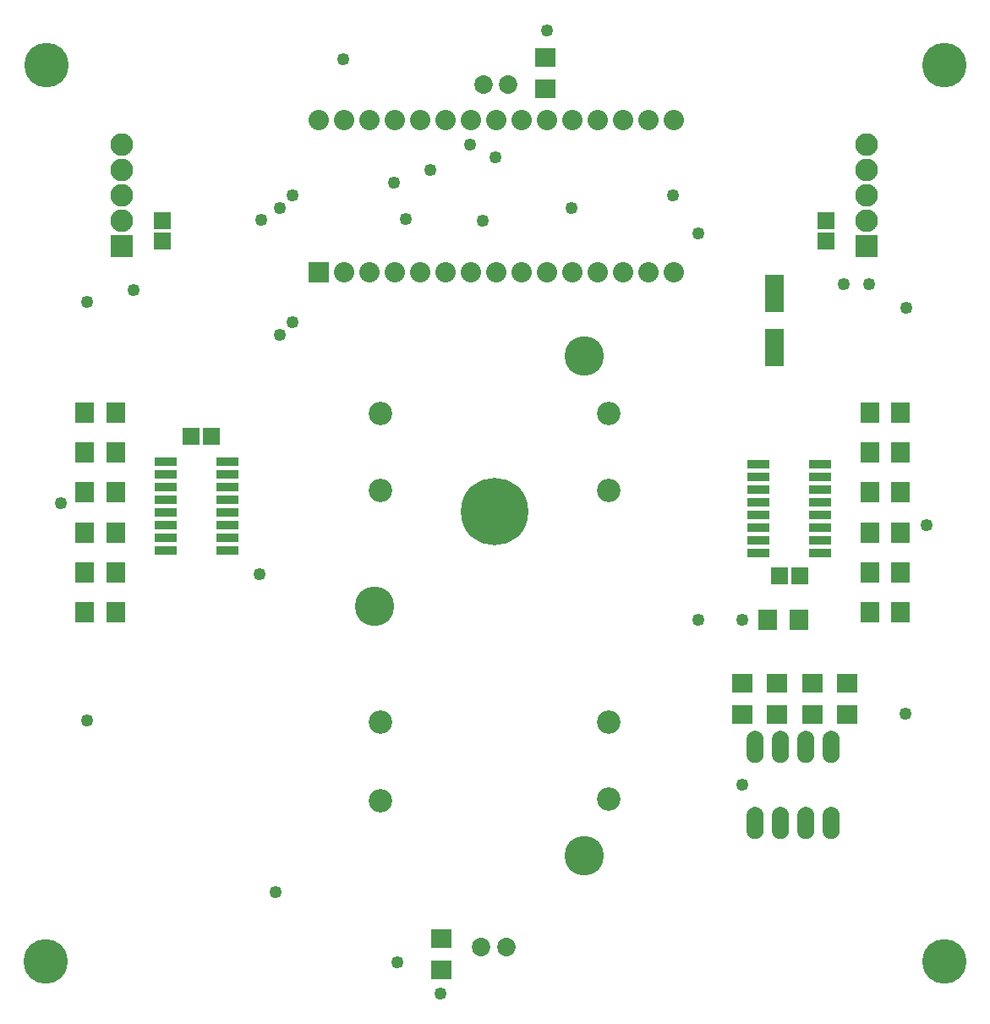
<source format=gts>
G04 MADE WITH FRITZING*
G04 WWW.FRITZING.ORG*
G04 DOUBLE SIDED*
G04 HOLES PLATED*
G04 CONTOUR ON CENTER OF CONTOUR VECTOR*
%ASAXBY*%
%FSLAX23Y23*%
%MOIN*%
%OFA0B0*%
%SFA1.0B1.0*%
%ADD10C,0.049370*%
%ADD11C,0.068189*%
%ADD12C,0.080000*%
%ADD13C,0.092677*%
%ADD14C,0.265905*%
%ADD15C,0.155669*%
%ADD16C,0.175354*%
%ADD17C,0.089370*%
%ADD18C,0.072992*%
%ADD19R,0.072992X0.147795*%
%ADD20R,0.084803X0.072992*%
%ADD21R,0.072992X0.084803*%
%ADD22R,0.065118X0.069055*%
%ADD23R,0.090000X0.036000*%
%ADD24R,0.080000X0.079972*%
%ADD25R,0.089370X0.089370*%
%ADD26R,0.069055X0.065118*%
%ADD27R,0.001000X0.001000*%
%LNMASK1*%
G90*
G70*
G54D10*
X1754Y71D03*
X2173Y3867D03*
X1039Y1722D03*
X1047Y3119D03*
X1617Y3122D03*
X2769Y3067D03*
X3588Y2775D03*
X3669Y1917D03*
X1370Y3752D03*
X3586Y1172D03*
X1583Y193D03*
X1102Y470D03*
X358Y1147D03*
X255Y2003D03*
X358Y2797D03*
X2769Y1542D03*
X1919Y3117D03*
G54D11*
X2994Y742D03*
X3094Y742D03*
X3194Y742D03*
X3294Y742D03*
X3294Y1042D03*
X3194Y1042D03*
X3094Y1042D03*
X2994Y1042D03*
G54D12*
X1273Y2914D03*
X1373Y2914D03*
X1473Y2914D03*
X1573Y2914D03*
X1673Y2914D03*
X1773Y2914D03*
X1873Y2914D03*
X1973Y2914D03*
X2073Y2914D03*
X2173Y2914D03*
X2273Y2914D03*
X2373Y2914D03*
X2473Y2914D03*
X2573Y2914D03*
X2673Y2914D03*
X1273Y3514D03*
X1373Y3514D03*
X1473Y3514D03*
X1573Y3514D03*
X1673Y3514D03*
X1773Y3514D03*
X1873Y3514D03*
X1973Y3514D03*
X2073Y3514D03*
X2173Y3514D03*
X2273Y3514D03*
X2373Y3514D03*
X2473Y3514D03*
X2573Y3514D03*
X2673Y3514D03*
G54D10*
X544Y2842D03*
X1119Y2667D03*
X1169Y2717D03*
X1169Y3217D03*
X1119Y3167D03*
X2269Y3167D03*
X2669Y3217D03*
X2944Y1542D03*
X3444Y2867D03*
X2944Y892D03*
X3344Y2867D03*
X1713Y3317D03*
X1969Y3367D03*
X1569Y3267D03*
X1869Y3417D03*
G54D13*
X2415Y2358D03*
X2415Y2055D03*
X1515Y2055D03*
X1515Y2358D03*
X1515Y829D03*
X1515Y1140D03*
X2415Y1140D03*
X2415Y837D03*
G54D14*
X1965Y1971D03*
G54D15*
X2319Y2582D03*
X1492Y1597D03*
X2319Y613D03*
G54D16*
X3741Y198D03*
X197Y196D03*
X3740Y3730D03*
X200Y3731D03*
G54D17*
X497Y3016D03*
X497Y3116D03*
X497Y3216D03*
X497Y3316D03*
X497Y3416D03*
X3433Y3017D03*
X3433Y3117D03*
X3433Y3217D03*
X3433Y3317D03*
X3433Y3417D03*
G54D18*
X1914Y255D03*
X2012Y255D03*
X1914Y255D03*
X2012Y255D03*
X2021Y3655D03*
X1922Y3655D03*
X2021Y3655D03*
X1922Y3655D03*
G54D19*
X3069Y2829D03*
X3069Y2617D03*
G54D20*
X3357Y1170D03*
X3357Y1292D03*
X3219Y1170D03*
X3219Y1292D03*
X3081Y1170D03*
X3081Y1292D03*
X2943Y1170D03*
X2943Y1292D03*
G54D21*
X3044Y1542D03*
X3166Y1542D03*
G54D22*
X850Y2267D03*
X769Y2267D03*
X3088Y1717D03*
X3169Y1717D03*
G54D23*
X670Y2167D03*
X670Y2117D03*
X670Y2067D03*
X670Y2017D03*
X670Y1967D03*
X670Y1917D03*
X670Y1867D03*
X670Y1817D03*
X912Y1817D03*
X912Y1867D03*
X912Y1917D03*
X912Y1967D03*
X912Y2017D03*
X912Y2067D03*
X912Y2117D03*
X912Y2167D03*
G54D24*
X1273Y2914D03*
G54D21*
X3445Y2361D03*
X3567Y2361D03*
X473Y1573D03*
X351Y1573D03*
X3445Y2203D03*
X3567Y2203D03*
X473Y1731D03*
X351Y1731D03*
X3445Y2046D03*
X3567Y2046D03*
X473Y1888D03*
X351Y1888D03*
X473Y2046D03*
X351Y2046D03*
X3445Y1888D03*
X3567Y1888D03*
X3445Y1731D03*
X3567Y1731D03*
X473Y2203D03*
X351Y2203D03*
X3445Y1573D03*
X3567Y1573D03*
G54D25*
X497Y3016D03*
G54D21*
X473Y2361D03*
X351Y2361D03*
G54D25*
X3433Y3017D03*
G54D23*
X3249Y1806D03*
X3249Y1856D03*
X3249Y1906D03*
X3249Y1956D03*
X3249Y2006D03*
X3249Y2056D03*
X3249Y2106D03*
X3249Y2156D03*
X3007Y2156D03*
X3007Y2106D03*
X3007Y2056D03*
X3007Y2006D03*
X3007Y1956D03*
X3007Y1906D03*
X3007Y1856D03*
X3007Y1806D03*
G54D26*
X656Y3036D03*
X656Y3116D03*
X3272Y3036D03*
X3272Y3117D03*
G54D20*
X1757Y287D03*
X1757Y165D03*
X2167Y3637D03*
X2167Y3759D03*
G54D27*
X2988Y1105D02*
X2999Y1105D01*
X3088Y1105D02*
X3099Y1105D01*
X3188Y1105D02*
X3199Y1105D01*
X3288Y1105D02*
X3299Y1105D01*
X2984Y1104D02*
X3003Y1104D01*
X3084Y1104D02*
X3103Y1104D01*
X3184Y1104D02*
X3203Y1104D01*
X3284Y1104D02*
X3303Y1104D01*
X2981Y1103D02*
X3006Y1103D01*
X3081Y1103D02*
X3106Y1103D01*
X3181Y1103D02*
X3206Y1103D01*
X3281Y1103D02*
X3306Y1103D01*
X2979Y1102D02*
X3008Y1102D01*
X3079Y1102D02*
X3108Y1102D01*
X3179Y1102D02*
X3208Y1102D01*
X3279Y1102D02*
X3308Y1102D01*
X2977Y1101D02*
X3010Y1101D01*
X3077Y1101D02*
X3110Y1101D01*
X3177Y1101D02*
X3210Y1101D01*
X3277Y1101D02*
X3310Y1101D01*
X2975Y1100D02*
X3012Y1100D01*
X3075Y1100D02*
X3112Y1100D01*
X3175Y1100D02*
X3212Y1100D01*
X3275Y1100D02*
X3312Y1100D01*
X2974Y1099D02*
X3013Y1099D01*
X3074Y1099D02*
X3113Y1099D01*
X3174Y1099D02*
X3213Y1099D01*
X3274Y1099D02*
X3313Y1099D01*
X2973Y1098D02*
X3014Y1098D01*
X3073Y1098D02*
X3114Y1098D01*
X3173Y1098D02*
X3214Y1098D01*
X3273Y1098D02*
X3314Y1098D01*
X2971Y1097D02*
X3016Y1097D01*
X3071Y1097D02*
X3116Y1097D01*
X3171Y1097D02*
X3216Y1097D01*
X3271Y1097D02*
X3316Y1097D01*
X2970Y1096D02*
X3017Y1096D01*
X3070Y1096D02*
X3117Y1096D01*
X3170Y1096D02*
X3217Y1096D01*
X3270Y1096D02*
X3317Y1096D01*
X2969Y1095D02*
X3018Y1095D01*
X3069Y1095D02*
X3118Y1095D01*
X3169Y1095D02*
X3218Y1095D01*
X3269Y1095D02*
X3318Y1095D01*
X2968Y1094D02*
X3019Y1094D01*
X3068Y1094D02*
X3119Y1094D01*
X3168Y1094D02*
X3219Y1094D01*
X3268Y1094D02*
X3319Y1094D01*
X2968Y1093D02*
X3019Y1093D01*
X3068Y1093D02*
X3119Y1093D01*
X3168Y1093D02*
X3219Y1093D01*
X3268Y1093D02*
X3319Y1093D01*
X2967Y1092D02*
X3020Y1092D01*
X3067Y1092D02*
X3120Y1092D01*
X3167Y1092D02*
X3220Y1092D01*
X3267Y1092D02*
X3320Y1092D01*
X2966Y1091D02*
X3021Y1091D01*
X3066Y1091D02*
X3121Y1091D01*
X3166Y1091D02*
X3221Y1091D01*
X3266Y1091D02*
X3321Y1091D01*
X2965Y1090D02*
X3022Y1090D01*
X3065Y1090D02*
X3122Y1090D01*
X3165Y1090D02*
X3222Y1090D01*
X3265Y1090D02*
X3322Y1090D01*
X2965Y1089D02*
X3022Y1089D01*
X3065Y1089D02*
X3122Y1089D01*
X3165Y1089D02*
X3222Y1089D01*
X3265Y1089D02*
X3322Y1089D01*
X2964Y1088D02*
X3023Y1088D01*
X3064Y1088D02*
X3123Y1088D01*
X3164Y1088D02*
X3223Y1088D01*
X3264Y1088D02*
X3323Y1088D01*
X2964Y1087D02*
X3023Y1087D01*
X3064Y1087D02*
X3123Y1087D01*
X3164Y1087D02*
X3223Y1087D01*
X3264Y1087D02*
X3323Y1087D01*
X2963Y1086D02*
X3024Y1086D01*
X3063Y1086D02*
X3124Y1086D01*
X3163Y1086D02*
X3224Y1086D01*
X3263Y1086D02*
X3324Y1086D01*
X2963Y1085D02*
X3024Y1085D01*
X3063Y1085D02*
X3124Y1085D01*
X3163Y1085D02*
X3224Y1085D01*
X3263Y1085D02*
X3324Y1085D01*
X2962Y1084D02*
X3025Y1084D01*
X3062Y1084D02*
X3125Y1084D01*
X3162Y1084D02*
X3225Y1084D01*
X3262Y1084D02*
X3325Y1084D01*
X2962Y1083D02*
X3025Y1083D01*
X3062Y1083D02*
X3125Y1083D01*
X3162Y1083D02*
X3225Y1083D01*
X3262Y1083D02*
X3325Y1083D01*
X2962Y1082D02*
X3025Y1082D01*
X3062Y1082D02*
X3125Y1082D01*
X3162Y1082D02*
X3225Y1082D01*
X3262Y1082D02*
X3325Y1082D01*
X2961Y1081D02*
X3026Y1081D01*
X3061Y1081D02*
X3126Y1081D01*
X3161Y1081D02*
X3226Y1081D01*
X3261Y1081D02*
X3326Y1081D01*
X2961Y1080D02*
X3026Y1080D01*
X3061Y1080D02*
X3126Y1080D01*
X3161Y1080D02*
X3226Y1080D01*
X3261Y1080D02*
X3326Y1080D01*
X2961Y1079D02*
X3026Y1079D01*
X3061Y1079D02*
X3126Y1079D01*
X3161Y1079D02*
X3226Y1079D01*
X3261Y1079D02*
X3326Y1079D01*
X2961Y1078D02*
X3026Y1078D01*
X3061Y1078D02*
X3126Y1078D01*
X3161Y1078D02*
X3226Y1078D01*
X3261Y1078D02*
X3326Y1078D01*
X2960Y1077D02*
X3027Y1077D01*
X3060Y1077D02*
X3127Y1077D01*
X3160Y1077D02*
X3227Y1077D01*
X3260Y1077D02*
X3327Y1077D01*
X2960Y1076D02*
X3027Y1076D01*
X3060Y1076D02*
X3127Y1076D01*
X3160Y1076D02*
X3227Y1076D01*
X3260Y1076D02*
X3327Y1076D01*
X2960Y1075D02*
X3027Y1075D01*
X3060Y1075D02*
X3127Y1075D01*
X3160Y1075D02*
X3227Y1075D01*
X3260Y1075D02*
X3327Y1075D01*
X2960Y1074D02*
X3027Y1074D01*
X3060Y1074D02*
X3127Y1074D01*
X3160Y1074D02*
X3227Y1074D01*
X3260Y1074D02*
X3327Y1074D01*
X2960Y1073D02*
X3027Y1073D01*
X3060Y1073D02*
X3127Y1073D01*
X3160Y1073D02*
X3227Y1073D01*
X3260Y1073D02*
X3327Y1073D01*
X2960Y1072D02*
X3027Y1072D01*
X3060Y1072D02*
X3127Y1072D01*
X3160Y1072D02*
X3227Y1072D01*
X3260Y1072D02*
X3327Y1072D01*
X2960Y1071D02*
X3027Y1071D01*
X3060Y1071D02*
X3127Y1071D01*
X3160Y1071D02*
X3227Y1071D01*
X3260Y1071D02*
X3327Y1071D01*
X2960Y1070D02*
X3027Y1070D01*
X3060Y1070D02*
X3127Y1070D01*
X3160Y1070D02*
X3227Y1070D01*
X3260Y1070D02*
X3327Y1070D01*
X2960Y1069D02*
X3027Y1069D01*
X3060Y1069D02*
X3127Y1069D01*
X3160Y1069D02*
X3227Y1069D01*
X3260Y1069D02*
X3327Y1069D01*
X2960Y1068D02*
X3027Y1068D01*
X3060Y1068D02*
X3127Y1068D01*
X3160Y1068D02*
X3227Y1068D01*
X3260Y1068D02*
X3327Y1068D01*
X2960Y1067D02*
X3027Y1067D01*
X3060Y1067D02*
X3127Y1067D01*
X3160Y1067D02*
X3227Y1067D01*
X3260Y1067D02*
X3327Y1067D01*
X2960Y1066D02*
X3027Y1066D01*
X3060Y1066D02*
X3127Y1066D01*
X3160Y1066D02*
X3227Y1066D01*
X3260Y1066D02*
X3327Y1066D01*
X2960Y1065D02*
X3027Y1065D01*
X3060Y1065D02*
X3127Y1065D01*
X3160Y1065D02*
X3227Y1065D01*
X3260Y1065D02*
X3327Y1065D01*
X2960Y1064D02*
X3027Y1064D01*
X3060Y1064D02*
X3127Y1064D01*
X3160Y1064D02*
X3227Y1064D01*
X3260Y1064D02*
X3327Y1064D01*
X2960Y1063D02*
X3027Y1063D01*
X3060Y1063D02*
X3127Y1063D01*
X3160Y1063D02*
X3227Y1063D01*
X3260Y1063D02*
X3327Y1063D01*
X2960Y1062D02*
X3027Y1062D01*
X3060Y1062D02*
X3127Y1062D01*
X3160Y1062D02*
X3227Y1062D01*
X3260Y1062D02*
X3327Y1062D01*
X2960Y1061D02*
X3027Y1061D01*
X3060Y1061D02*
X3127Y1061D01*
X3160Y1061D02*
X3227Y1061D01*
X3260Y1061D02*
X3327Y1061D01*
X2960Y1060D02*
X3027Y1060D01*
X3060Y1060D02*
X3127Y1060D01*
X3160Y1060D02*
X3227Y1060D01*
X3260Y1060D02*
X3327Y1060D01*
X2960Y1059D02*
X3027Y1059D01*
X3060Y1059D02*
X3127Y1059D01*
X3160Y1059D02*
X3227Y1059D01*
X3260Y1059D02*
X3327Y1059D01*
X2960Y1058D02*
X3027Y1058D01*
X3060Y1058D02*
X3127Y1058D01*
X3160Y1058D02*
X3227Y1058D01*
X3260Y1058D02*
X3327Y1058D01*
X2960Y1057D02*
X3027Y1057D01*
X3060Y1057D02*
X3127Y1057D01*
X3160Y1057D02*
X3227Y1057D01*
X3260Y1057D02*
X3327Y1057D01*
X2960Y1056D02*
X2989Y1056D01*
X2998Y1056D02*
X3027Y1056D01*
X3060Y1056D02*
X3089Y1056D01*
X3098Y1056D02*
X3127Y1056D01*
X3160Y1056D02*
X3189Y1056D01*
X3198Y1056D02*
X3227Y1056D01*
X3260Y1056D02*
X3289Y1056D01*
X3298Y1056D02*
X3327Y1056D01*
X2960Y1055D02*
X2987Y1055D01*
X3000Y1055D02*
X3027Y1055D01*
X3060Y1055D02*
X3087Y1055D01*
X3100Y1055D02*
X3127Y1055D01*
X3160Y1055D02*
X3187Y1055D01*
X3200Y1055D02*
X3227Y1055D01*
X3260Y1055D02*
X3287Y1055D01*
X3300Y1055D02*
X3327Y1055D01*
X2960Y1054D02*
X2985Y1054D01*
X3002Y1054D02*
X3027Y1054D01*
X3060Y1054D02*
X3085Y1054D01*
X3102Y1054D02*
X3127Y1054D01*
X3160Y1054D02*
X3185Y1054D01*
X3202Y1054D02*
X3227Y1054D01*
X3260Y1054D02*
X3285Y1054D01*
X3302Y1054D02*
X3327Y1054D01*
X2960Y1053D02*
X2984Y1053D01*
X3003Y1053D02*
X3027Y1053D01*
X3060Y1053D02*
X3084Y1053D01*
X3103Y1053D02*
X3127Y1053D01*
X3160Y1053D02*
X3184Y1053D01*
X3203Y1053D02*
X3227Y1053D01*
X3260Y1053D02*
X3284Y1053D01*
X3303Y1053D02*
X3327Y1053D01*
X2960Y1052D02*
X2983Y1052D01*
X3004Y1052D02*
X3027Y1052D01*
X3060Y1052D02*
X3083Y1052D01*
X3104Y1052D02*
X3127Y1052D01*
X3160Y1052D02*
X3183Y1052D01*
X3204Y1052D02*
X3227Y1052D01*
X3260Y1052D02*
X3283Y1052D01*
X3304Y1052D02*
X3327Y1052D01*
X2960Y1051D02*
X2982Y1051D01*
X3005Y1051D02*
X3027Y1051D01*
X3060Y1051D02*
X3082Y1051D01*
X3105Y1051D02*
X3127Y1051D01*
X3160Y1051D02*
X3182Y1051D01*
X3205Y1051D02*
X3227Y1051D01*
X3260Y1051D02*
X3282Y1051D01*
X3305Y1051D02*
X3327Y1051D01*
X2960Y1050D02*
X2981Y1050D01*
X3006Y1050D02*
X3027Y1050D01*
X3060Y1050D02*
X3081Y1050D01*
X3106Y1050D02*
X3127Y1050D01*
X3160Y1050D02*
X3181Y1050D01*
X3206Y1050D02*
X3227Y1050D01*
X3260Y1050D02*
X3281Y1050D01*
X3306Y1050D02*
X3327Y1050D01*
X2960Y1049D02*
X2981Y1049D01*
X3006Y1049D02*
X3027Y1049D01*
X3060Y1049D02*
X3081Y1049D01*
X3106Y1049D02*
X3127Y1049D01*
X3160Y1049D02*
X3181Y1049D01*
X3206Y1049D02*
X3227Y1049D01*
X3260Y1049D02*
X3281Y1049D01*
X3306Y1049D02*
X3327Y1049D01*
X2960Y1048D02*
X2980Y1048D01*
X3007Y1048D02*
X3027Y1048D01*
X3060Y1048D02*
X3080Y1048D01*
X3107Y1048D02*
X3127Y1048D01*
X3160Y1048D02*
X3180Y1048D01*
X3207Y1048D02*
X3227Y1048D01*
X3260Y1048D02*
X3280Y1048D01*
X3307Y1048D02*
X3327Y1048D01*
X2960Y1047D02*
X2980Y1047D01*
X3007Y1047D02*
X3027Y1047D01*
X3060Y1047D02*
X3080Y1047D01*
X3107Y1047D02*
X3127Y1047D01*
X3160Y1047D02*
X3180Y1047D01*
X3207Y1047D02*
X3227Y1047D01*
X3260Y1047D02*
X3280Y1047D01*
X3307Y1047D02*
X3327Y1047D01*
X2960Y1046D02*
X2979Y1046D01*
X3008Y1046D02*
X3027Y1046D01*
X3060Y1046D02*
X3079Y1046D01*
X3108Y1046D02*
X3127Y1046D01*
X3160Y1046D02*
X3179Y1046D01*
X3208Y1046D02*
X3227Y1046D01*
X3260Y1046D02*
X3279Y1046D01*
X3308Y1046D02*
X3327Y1046D01*
X2960Y1045D02*
X2979Y1045D01*
X3008Y1045D02*
X3027Y1045D01*
X3060Y1045D02*
X3079Y1045D01*
X3108Y1045D02*
X3127Y1045D01*
X3160Y1045D02*
X3179Y1045D01*
X3208Y1045D02*
X3227Y1045D01*
X3260Y1045D02*
X3279Y1045D01*
X3308Y1045D02*
X3327Y1045D01*
X2960Y1044D02*
X2979Y1044D01*
X3008Y1044D02*
X3027Y1044D01*
X3060Y1044D02*
X3079Y1044D01*
X3108Y1044D02*
X3127Y1044D01*
X3160Y1044D02*
X3179Y1044D01*
X3208Y1044D02*
X3227Y1044D01*
X3260Y1044D02*
X3279Y1044D01*
X3308Y1044D02*
X3327Y1044D01*
X2960Y1043D02*
X2979Y1043D01*
X3008Y1043D02*
X3027Y1043D01*
X3060Y1043D02*
X3079Y1043D01*
X3108Y1043D02*
X3127Y1043D01*
X3160Y1043D02*
X3179Y1043D01*
X3208Y1043D02*
X3227Y1043D01*
X3260Y1043D02*
X3279Y1043D01*
X3308Y1043D02*
X3327Y1043D01*
X2960Y1042D02*
X2979Y1042D01*
X3008Y1042D02*
X3027Y1042D01*
X3060Y1042D02*
X3079Y1042D01*
X3108Y1042D02*
X3127Y1042D01*
X3160Y1042D02*
X3179Y1042D01*
X3208Y1042D02*
X3227Y1042D01*
X3260Y1042D02*
X3279Y1042D01*
X3308Y1042D02*
X3327Y1042D01*
X2960Y1041D02*
X2979Y1041D01*
X3008Y1041D02*
X3027Y1041D01*
X3060Y1041D02*
X3079Y1041D01*
X3108Y1041D02*
X3127Y1041D01*
X3160Y1041D02*
X3179Y1041D01*
X3208Y1041D02*
X3227Y1041D01*
X3260Y1041D02*
X3279Y1041D01*
X3308Y1041D02*
X3327Y1041D01*
X2960Y1040D02*
X2979Y1040D01*
X3008Y1040D02*
X3027Y1040D01*
X3060Y1040D02*
X3079Y1040D01*
X3108Y1040D02*
X3127Y1040D01*
X3160Y1040D02*
X3179Y1040D01*
X3208Y1040D02*
X3227Y1040D01*
X3260Y1040D02*
X3279Y1040D01*
X3308Y1040D02*
X3327Y1040D01*
X2960Y1039D02*
X2979Y1039D01*
X3008Y1039D02*
X3027Y1039D01*
X3060Y1039D02*
X3079Y1039D01*
X3108Y1039D02*
X3127Y1039D01*
X3160Y1039D02*
X3179Y1039D01*
X3208Y1039D02*
X3227Y1039D01*
X3260Y1039D02*
X3279Y1039D01*
X3308Y1039D02*
X3327Y1039D01*
X2960Y1038D02*
X2980Y1038D01*
X3007Y1038D02*
X3027Y1038D01*
X3060Y1038D02*
X3080Y1038D01*
X3107Y1038D02*
X3127Y1038D01*
X3160Y1038D02*
X3180Y1038D01*
X3207Y1038D02*
X3227Y1038D01*
X3260Y1038D02*
X3280Y1038D01*
X3307Y1038D02*
X3327Y1038D01*
X2960Y1037D02*
X2980Y1037D01*
X3007Y1037D02*
X3027Y1037D01*
X3060Y1037D02*
X3080Y1037D01*
X3107Y1037D02*
X3127Y1037D01*
X3160Y1037D02*
X3180Y1037D01*
X3207Y1037D02*
X3227Y1037D01*
X3260Y1037D02*
X3280Y1037D01*
X3307Y1037D02*
X3327Y1037D01*
X2960Y1036D02*
X2980Y1036D01*
X3007Y1036D02*
X3027Y1036D01*
X3060Y1036D02*
X3080Y1036D01*
X3107Y1036D02*
X3127Y1036D01*
X3160Y1036D02*
X3180Y1036D01*
X3207Y1036D02*
X3227Y1036D01*
X3260Y1036D02*
X3280Y1036D01*
X3307Y1036D02*
X3327Y1036D01*
X2960Y1035D02*
X2981Y1035D01*
X3006Y1035D02*
X3027Y1035D01*
X3060Y1035D02*
X3081Y1035D01*
X3106Y1035D02*
X3127Y1035D01*
X3160Y1035D02*
X3181Y1035D01*
X3206Y1035D02*
X3227Y1035D01*
X3260Y1035D02*
X3281Y1035D01*
X3306Y1035D02*
X3327Y1035D01*
X2960Y1034D02*
X2982Y1034D01*
X3005Y1034D02*
X3027Y1034D01*
X3060Y1034D02*
X3082Y1034D01*
X3105Y1034D02*
X3127Y1034D01*
X3160Y1034D02*
X3182Y1034D01*
X3205Y1034D02*
X3227Y1034D01*
X3260Y1034D02*
X3282Y1034D01*
X3305Y1034D02*
X3327Y1034D01*
X2960Y1033D02*
X2983Y1033D01*
X3004Y1033D02*
X3027Y1033D01*
X3060Y1033D02*
X3083Y1033D01*
X3104Y1033D02*
X3127Y1033D01*
X3160Y1033D02*
X3183Y1033D01*
X3204Y1033D02*
X3227Y1033D01*
X3260Y1033D02*
X3283Y1033D01*
X3304Y1033D02*
X3327Y1033D01*
X2960Y1032D02*
X2984Y1032D01*
X3003Y1032D02*
X3027Y1032D01*
X3060Y1032D02*
X3084Y1032D01*
X3103Y1032D02*
X3127Y1032D01*
X3160Y1032D02*
X3184Y1032D01*
X3203Y1032D02*
X3227Y1032D01*
X3260Y1032D02*
X3284Y1032D01*
X3303Y1032D02*
X3327Y1032D01*
X2960Y1031D02*
X2985Y1031D01*
X3002Y1031D02*
X3027Y1031D01*
X3060Y1031D02*
X3085Y1031D01*
X3102Y1031D02*
X3127Y1031D01*
X3160Y1031D02*
X3185Y1031D01*
X3202Y1031D02*
X3227Y1031D01*
X3260Y1031D02*
X3285Y1031D01*
X3302Y1031D02*
X3327Y1031D01*
X2960Y1030D02*
X2986Y1030D01*
X3001Y1030D02*
X3027Y1030D01*
X3060Y1030D02*
X3086Y1030D01*
X3101Y1030D02*
X3127Y1030D01*
X3160Y1030D02*
X3186Y1030D01*
X3201Y1030D02*
X3227Y1030D01*
X3260Y1030D02*
X3286Y1030D01*
X3301Y1030D02*
X3327Y1030D01*
X2960Y1029D02*
X2989Y1029D01*
X2999Y1029D02*
X3027Y1029D01*
X3060Y1029D02*
X3089Y1029D01*
X3099Y1029D02*
X3127Y1029D01*
X3160Y1029D02*
X3189Y1029D01*
X3199Y1029D02*
X3227Y1029D01*
X3260Y1029D02*
X3289Y1029D01*
X3299Y1029D02*
X3327Y1029D01*
X2960Y1028D02*
X3027Y1028D01*
X3060Y1028D02*
X3127Y1028D01*
X3160Y1028D02*
X3227Y1028D01*
X3260Y1028D02*
X3327Y1028D01*
X2960Y1027D02*
X3027Y1027D01*
X3060Y1027D02*
X3127Y1027D01*
X3160Y1027D02*
X3227Y1027D01*
X3260Y1027D02*
X3327Y1027D01*
X2960Y1026D02*
X3027Y1026D01*
X3060Y1026D02*
X3127Y1026D01*
X3160Y1026D02*
X3227Y1026D01*
X3260Y1026D02*
X3327Y1026D01*
X2960Y1025D02*
X3027Y1025D01*
X3060Y1025D02*
X3127Y1025D01*
X3160Y1025D02*
X3227Y1025D01*
X3260Y1025D02*
X3327Y1025D01*
X2960Y1024D02*
X3027Y1024D01*
X3060Y1024D02*
X3127Y1024D01*
X3160Y1024D02*
X3227Y1024D01*
X3260Y1024D02*
X3327Y1024D01*
X2960Y1023D02*
X3027Y1023D01*
X3060Y1023D02*
X3127Y1023D01*
X3160Y1023D02*
X3227Y1023D01*
X3260Y1023D02*
X3327Y1023D01*
X2960Y1022D02*
X3027Y1022D01*
X3060Y1022D02*
X3127Y1022D01*
X3160Y1022D02*
X3227Y1022D01*
X3260Y1022D02*
X3327Y1022D01*
X2960Y1021D02*
X3027Y1021D01*
X3060Y1021D02*
X3127Y1021D01*
X3160Y1021D02*
X3227Y1021D01*
X3260Y1021D02*
X3327Y1021D01*
X2960Y1020D02*
X3027Y1020D01*
X3060Y1020D02*
X3127Y1020D01*
X3160Y1020D02*
X3227Y1020D01*
X3260Y1020D02*
X3327Y1020D01*
X2960Y1019D02*
X3027Y1019D01*
X3060Y1019D02*
X3127Y1019D01*
X3160Y1019D02*
X3227Y1019D01*
X3260Y1019D02*
X3327Y1019D01*
X2960Y1018D02*
X3027Y1018D01*
X3060Y1018D02*
X3127Y1018D01*
X3160Y1018D02*
X3227Y1018D01*
X3260Y1018D02*
X3327Y1018D01*
X2960Y1017D02*
X3027Y1017D01*
X3060Y1017D02*
X3127Y1017D01*
X3160Y1017D02*
X3227Y1017D01*
X3260Y1017D02*
X3327Y1017D01*
X2960Y1016D02*
X3027Y1016D01*
X3060Y1016D02*
X3127Y1016D01*
X3160Y1016D02*
X3227Y1016D01*
X3260Y1016D02*
X3327Y1016D01*
X2960Y1015D02*
X3027Y1015D01*
X3060Y1015D02*
X3127Y1015D01*
X3160Y1015D02*
X3227Y1015D01*
X3260Y1015D02*
X3327Y1015D01*
X2960Y1014D02*
X3027Y1014D01*
X3060Y1014D02*
X3127Y1014D01*
X3160Y1014D02*
X3227Y1014D01*
X3260Y1014D02*
X3327Y1014D01*
X2960Y1013D02*
X3027Y1013D01*
X3060Y1013D02*
X3127Y1013D01*
X3160Y1013D02*
X3227Y1013D01*
X3260Y1013D02*
X3327Y1013D01*
X2960Y1012D02*
X3027Y1012D01*
X3060Y1012D02*
X3127Y1012D01*
X3160Y1012D02*
X3227Y1012D01*
X3260Y1012D02*
X3327Y1012D01*
X2960Y1011D02*
X3027Y1011D01*
X3060Y1011D02*
X3127Y1011D01*
X3160Y1011D02*
X3227Y1011D01*
X3260Y1011D02*
X3327Y1011D01*
X2960Y1010D02*
X3027Y1010D01*
X3060Y1010D02*
X3127Y1010D01*
X3160Y1010D02*
X3227Y1010D01*
X3260Y1010D02*
X3327Y1010D01*
X2960Y1009D02*
X3027Y1009D01*
X3060Y1009D02*
X3127Y1009D01*
X3160Y1009D02*
X3227Y1009D01*
X3260Y1009D02*
X3327Y1009D01*
X2960Y1008D02*
X3027Y1008D01*
X3060Y1008D02*
X3127Y1008D01*
X3160Y1008D02*
X3227Y1008D01*
X3260Y1008D02*
X3327Y1008D01*
X2961Y1007D02*
X3026Y1007D01*
X3061Y1007D02*
X3126Y1007D01*
X3161Y1007D02*
X3226Y1007D01*
X3261Y1007D02*
X3326Y1007D01*
X2961Y1006D02*
X3026Y1006D01*
X3061Y1006D02*
X3126Y1006D01*
X3161Y1006D02*
X3226Y1006D01*
X3261Y1006D02*
X3326Y1006D01*
X2961Y1005D02*
X3026Y1005D01*
X3061Y1005D02*
X3126Y1005D01*
X3161Y1005D02*
X3226Y1005D01*
X3261Y1005D02*
X3326Y1005D01*
X2961Y1004D02*
X3026Y1004D01*
X3061Y1004D02*
X3126Y1004D01*
X3161Y1004D02*
X3226Y1004D01*
X3261Y1004D02*
X3326Y1004D01*
X2962Y1003D02*
X3025Y1003D01*
X3062Y1003D02*
X3125Y1003D01*
X3162Y1003D02*
X3225Y1003D01*
X3262Y1003D02*
X3325Y1003D01*
X2962Y1002D02*
X3025Y1002D01*
X3062Y1002D02*
X3125Y1002D01*
X3162Y1002D02*
X3225Y1002D01*
X3262Y1002D02*
X3325Y1002D01*
X2962Y1001D02*
X3025Y1001D01*
X3062Y1001D02*
X3125Y1001D01*
X3162Y1001D02*
X3225Y1001D01*
X3262Y1001D02*
X3325Y1001D01*
X2963Y1000D02*
X3024Y1000D01*
X3063Y1000D02*
X3124Y1000D01*
X3163Y1000D02*
X3224Y1000D01*
X3263Y1000D02*
X3324Y1000D01*
X2963Y999D02*
X3024Y999D01*
X3063Y999D02*
X3124Y999D01*
X3163Y999D02*
X3224Y999D01*
X3263Y999D02*
X3324Y999D01*
X2964Y998D02*
X3023Y998D01*
X3064Y998D02*
X3123Y998D01*
X3164Y998D02*
X3223Y998D01*
X3264Y998D02*
X3323Y998D01*
X2964Y997D02*
X3023Y997D01*
X3064Y997D02*
X3123Y997D01*
X3164Y997D02*
X3223Y997D01*
X3264Y997D02*
X3323Y997D01*
X2965Y996D02*
X3022Y996D01*
X3065Y996D02*
X3122Y996D01*
X3165Y996D02*
X3222Y996D01*
X3265Y996D02*
X3322Y996D01*
X2965Y995D02*
X3022Y995D01*
X3065Y995D02*
X3122Y995D01*
X3165Y995D02*
X3222Y995D01*
X3265Y995D02*
X3322Y995D01*
X2966Y994D02*
X3021Y994D01*
X3066Y994D02*
X3121Y994D01*
X3166Y994D02*
X3221Y994D01*
X3266Y994D02*
X3321Y994D01*
X2967Y993D02*
X3020Y993D01*
X3067Y993D02*
X3120Y993D01*
X3167Y993D02*
X3220Y993D01*
X3267Y993D02*
X3320Y993D01*
X2967Y992D02*
X3020Y992D01*
X3067Y992D02*
X3120Y992D01*
X3167Y992D02*
X3220Y992D01*
X3267Y992D02*
X3320Y992D01*
X2968Y991D02*
X3019Y991D01*
X3068Y991D02*
X3119Y991D01*
X3168Y991D02*
X3219Y991D01*
X3268Y991D02*
X3319Y991D01*
X2969Y990D02*
X3018Y990D01*
X3069Y990D02*
X3118Y990D01*
X3169Y990D02*
X3218Y990D01*
X3269Y990D02*
X3318Y990D01*
X2970Y989D02*
X3017Y989D01*
X3070Y989D02*
X3117Y989D01*
X3170Y989D02*
X3217Y989D01*
X3270Y989D02*
X3317Y989D01*
X2971Y988D02*
X3016Y988D01*
X3071Y988D02*
X3116Y988D01*
X3171Y988D02*
X3216Y988D01*
X3271Y988D02*
X3316Y988D01*
X2972Y987D02*
X3015Y987D01*
X3072Y987D02*
X3115Y987D01*
X3172Y987D02*
X3215Y987D01*
X3272Y987D02*
X3315Y987D01*
X2974Y986D02*
X3013Y986D01*
X3074Y986D02*
X3113Y986D01*
X3174Y986D02*
X3213Y986D01*
X3274Y986D02*
X3313Y986D01*
X2975Y985D02*
X3012Y985D01*
X3075Y985D02*
X3112Y985D01*
X3175Y985D02*
X3212Y985D01*
X3275Y985D02*
X3312Y985D01*
X2977Y984D02*
X3010Y984D01*
X3077Y984D02*
X3110Y984D01*
X3177Y984D02*
X3210Y984D01*
X3277Y984D02*
X3310Y984D01*
X2979Y983D02*
X3008Y983D01*
X3079Y983D02*
X3108Y983D01*
X3179Y983D02*
X3208Y983D01*
X3279Y983D02*
X3308Y983D01*
X2981Y982D02*
X3006Y982D01*
X3081Y982D02*
X3106Y982D01*
X3181Y982D02*
X3206Y982D01*
X3281Y982D02*
X3306Y982D01*
X2983Y981D02*
X3004Y981D01*
X3083Y981D02*
X3104Y981D01*
X3183Y981D02*
X3204Y981D01*
X3283Y981D02*
X3304Y981D01*
X2987Y980D02*
X3000Y980D01*
X3087Y980D02*
X3100Y980D01*
X3187Y980D02*
X3200Y980D01*
X3287Y980D02*
X3300Y980D01*
X2988Y805D02*
X2999Y805D01*
X3088Y805D02*
X3099Y805D01*
X3188Y805D02*
X3199Y805D01*
X3288Y805D02*
X3299Y805D01*
X2984Y804D02*
X3003Y804D01*
X3084Y804D02*
X3103Y804D01*
X3184Y804D02*
X3203Y804D01*
X3284Y804D02*
X3303Y804D01*
X2981Y803D02*
X3006Y803D01*
X3081Y803D02*
X3106Y803D01*
X3181Y803D02*
X3206Y803D01*
X3281Y803D02*
X3306Y803D01*
X2979Y802D02*
X3008Y802D01*
X3079Y802D02*
X3108Y802D01*
X3179Y802D02*
X3208Y802D01*
X3279Y802D02*
X3308Y802D01*
X2977Y801D02*
X3010Y801D01*
X3077Y801D02*
X3110Y801D01*
X3177Y801D02*
X3210Y801D01*
X3277Y801D02*
X3310Y801D01*
X2975Y800D02*
X3012Y800D01*
X3075Y800D02*
X3112Y800D01*
X3175Y800D02*
X3212Y800D01*
X3275Y800D02*
X3312Y800D01*
X2974Y799D02*
X3013Y799D01*
X3074Y799D02*
X3113Y799D01*
X3174Y799D02*
X3213Y799D01*
X3274Y799D02*
X3313Y799D01*
X2973Y798D02*
X3014Y798D01*
X3073Y798D02*
X3114Y798D01*
X3173Y798D02*
X3214Y798D01*
X3273Y798D02*
X3314Y798D01*
X2971Y797D02*
X3016Y797D01*
X3071Y797D02*
X3116Y797D01*
X3171Y797D02*
X3216Y797D01*
X3271Y797D02*
X3316Y797D01*
X2970Y796D02*
X3017Y796D01*
X3070Y796D02*
X3117Y796D01*
X3170Y796D02*
X3217Y796D01*
X3270Y796D02*
X3317Y796D01*
X2969Y795D02*
X3018Y795D01*
X3069Y795D02*
X3118Y795D01*
X3169Y795D02*
X3218Y795D01*
X3269Y795D02*
X3318Y795D01*
X2968Y794D02*
X3019Y794D01*
X3068Y794D02*
X3119Y794D01*
X3168Y794D02*
X3219Y794D01*
X3268Y794D02*
X3319Y794D01*
X2968Y793D02*
X3019Y793D01*
X3068Y793D02*
X3119Y793D01*
X3168Y793D02*
X3219Y793D01*
X3268Y793D02*
X3319Y793D01*
X2967Y792D02*
X3020Y792D01*
X3067Y792D02*
X3120Y792D01*
X3167Y792D02*
X3220Y792D01*
X3267Y792D02*
X3320Y792D01*
X2966Y791D02*
X3021Y791D01*
X3066Y791D02*
X3121Y791D01*
X3166Y791D02*
X3221Y791D01*
X3266Y791D02*
X3321Y791D01*
X2965Y790D02*
X3022Y790D01*
X3065Y790D02*
X3122Y790D01*
X3165Y790D02*
X3222Y790D01*
X3265Y790D02*
X3322Y790D01*
X2965Y789D02*
X3022Y789D01*
X3065Y789D02*
X3122Y789D01*
X3165Y789D02*
X3222Y789D01*
X3265Y789D02*
X3322Y789D01*
X2964Y788D02*
X3023Y788D01*
X3064Y788D02*
X3123Y788D01*
X3164Y788D02*
X3223Y788D01*
X3264Y788D02*
X3323Y788D01*
X2964Y787D02*
X3023Y787D01*
X3064Y787D02*
X3123Y787D01*
X3164Y787D02*
X3223Y787D01*
X3264Y787D02*
X3323Y787D01*
X2963Y786D02*
X3024Y786D01*
X3063Y786D02*
X3124Y786D01*
X3163Y786D02*
X3224Y786D01*
X3263Y786D02*
X3324Y786D01*
X2963Y785D02*
X3024Y785D01*
X3063Y785D02*
X3124Y785D01*
X3163Y785D02*
X3224Y785D01*
X3263Y785D02*
X3324Y785D01*
X2962Y784D02*
X3025Y784D01*
X3062Y784D02*
X3125Y784D01*
X3162Y784D02*
X3225Y784D01*
X3262Y784D02*
X3325Y784D01*
X2962Y783D02*
X3025Y783D01*
X3062Y783D02*
X3125Y783D01*
X3162Y783D02*
X3225Y783D01*
X3262Y783D02*
X3325Y783D01*
X2962Y782D02*
X3025Y782D01*
X3062Y782D02*
X3125Y782D01*
X3162Y782D02*
X3225Y782D01*
X3262Y782D02*
X3325Y782D01*
X2961Y781D02*
X3026Y781D01*
X3061Y781D02*
X3126Y781D01*
X3161Y781D02*
X3226Y781D01*
X3261Y781D02*
X3326Y781D01*
X2961Y780D02*
X3026Y780D01*
X3061Y780D02*
X3126Y780D01*
X3161Y780D02*
X3226Y780D01*
X3261Y780D02*
X3326Y780D01*
X2961Y779D02*
X3026Y779D01*
X3061Y779D02*
X3126Y779D01*
X3161Y779D02*
X3226Y779D01*
X3261Y779D02*
X3326Y779D01*
X2961Y778D02*
X3026Y778D01*
X3061Y778D02*
X3126Y778D01*
X3161Y778D02*
X3226Y778D01*
X3261Y778D02*
X3326Y778D01*
X2960Y777D02*
X3027Y777D01*
X3060Y777D02*
X3127Y777D01*
X3160Y777D02*
X3227Y777D01*
X3260Y777D02*
X3327Y777D01*
X2960Y776D02*
X3027Y776D01*
X3060Y776D02*
X3127Y776D01*
X3160Y776D02*
X3227Y776D01*
X3260Y776D02*
X3327Y776D01*
X2960Y775D02*
X3027Y775D01*
X3060Y775D02*
X3127Y775D01*
X3160Y775D02*
X3227Y775D01*
X3260Y775D02*
X3327Y775D01*
X2960Y774D02*
X3027Y774D01*
X3060Y774D02*
X3127Y774D01*
X3160Y774D02*
X3227Y774D01*
X3260Y774D02*
X3327Y774D01*
X2960Y773D02*
X3027Y773D01*
X3060Y773D02*
X3127Y773D01*
X3160Y773D02*
X3227Y773D01*
X3260Y773D02*
X3327Y773D01*
X2960Y772D02*
X3027Y772D01*
X3060Y772D02*
X3127Y772D01*
X3160Y772D02*
X3227Y772D01*
X3260Y772D02*
X3327Y772D01*
X2960Y771D02*
X3027Y771D01*
X3060Y771D02*
X3127Y771D01*
X3160Y771D02*
X3227Y771D01*
X3260Y771D02*
X3327Y771D01*
X2960Y770D02*
X3027Y770D01*
X3060Y770D02*
X3127Y770D01*
X3160Y770D02*
X3227Y770D01*
X3260Y770D02*
X3327Y770D01*
X2960Y769D02*
X3027Y769D01*
X3060Y769D02*
X3127Y769D01*
X3160Y769D02*
X3227Y769D01*
X3260Y769D02*
X3327Y769D01*
X2960Y768D02*
X3027Y768D01*
X3060Y768D02*
X3127Y768D01*
X3160Y768D02*
X3227Y768D01*
X3260Y768D02*
X3327Y768D01*
X2960Y767D02*
X3027Y767D01*
X3060Y767D02*
X3127Y767D01*
X3160Y767D02*
X3227Y767D01*
X3260Y767D02*
X3327Y767D01*
X2960Y766D02*
X3027Y766D01*
X3060Y766D02*
X3127Y766D01*
X3160Y766D02*
X3227Y766D01*
X3260Y766D02*
X3327Y766D01*
X2960Y765D02*
X3027Y765D01*
X3060Y765D02*
X3127Y765D01*
X3160Y765D02*
X3227Y765D01*
X3260Y765D02*
X3327Y765D01*
X2960Y764D02*
X3027Y764D01*
X3060Y764D02*
X3127Y764D01*
X3160Y764D02*
X3227Y764D01*
X3260Y764D02*
X3327Y764D01*
X2960Y763D02*
X3027Y763D01*
X3060Y763D02*
X3127Y763D01*
X3160Y763D02*
X3227Y763D01*
X3260Y763D02*
X3327Y763D01*
X2960Y762D02*
X3027Y762D01*
X3060Y762D02*
X3127Y762D01*
X3160Y762D02*
X3227Y762D01*
X3260Y762D02*
X3327Y762D01*
X2960Y761D02*
X3027Y761D01*
X3060Y761D02*
X3127Y761D01*
X3160Y761D02*
X3227Y761D01*
X3260Y761D02*
X3327Y761D01*
X2960Y760D02*
X3027Y760D01*
X3060Y760D02*
X3127Y760D01*
X3160Y760D02*
X3227Y760D01*
X3260Y760D02*
X3327Y760D01*
X2960Y759D02*
X3027Y759D01*
X3060Y759D02*
X3127Y759D01*
X3160Y759D02*
X3227Y759D01*
X3260Y759D02*
X3327Y759D01*
X2960Y758D02*
X3027Y758D01*
X3060Y758D02*
X3127Y758D01*
X3160Y758D02*
X3227Y758D01*
X3260Y758D02*
X3327Y758D01*
X2960Y757D02*
X3027Y757D01*
X3060Y757D02*
X3127Y757D01*
X3160Y757D02*
X3227Y757D01*
X3260Y757D02*
X3327Y757D01*
X2960Y756D02*
X2989Y756D01*
X2998Y756D02*
X3027Y756D01*
X3060Y756D02*
X3089Y756D01*
X3098Y756D02*
X3127Y756D01*
X3160Y756D02*
X3189Y756D01*
X3198Y756D02*
X3227Y756D01*
X3260Y756D02*
X3289Y756D01*
X3298Y756D02*
X3327Y756D01*
X2960Y755D02*
X2987Y755D01*
X3000Y755D02*
X3027Y755D01*
X3060Y755D02*
X3087Y755D01*
X3100Y755D02*
X3127Y755D01*
X3160Y755D02*
X3187Y755D01*
X3200Y755D02*
X3227Y755D01*
X3260Y755D02*
X3287Y755D01*
X3300Y755D02*
X3327Y755D01*
X2960Y754D02*
X2985Y754D01*
X3002Y754D02*
X3027Y754D01*
X3060Y754D02*
X3085Y754D01*
X3102Y754D02*
X3127Y754D01*
X3160Y754D02*
X3185Y754D01*
X3202Y754D02*
X3227Y754D01*
X3260Y754D02*
X3285Y754D01*
X3302Y754D02*
X3327Y754D01*
X2960Y753D02*
X2984Y753D01*
X3003Y753D02*
X3027Y753D01*
X3060Y753D02*
X3084Y753D01*
X3103Y753D02*
X3127Y753D01*
X3160Y753D02*
X3184Y753D01*
X3203Y753D02*
X3227Y753D01*
X3260Y753D02*
X3284Y753D01*
X3303Y753D02*
X3327Y753D01*
X2960Y752D02*
X2983Y752D01*
X3004Y752D02*
X3027Y752D01*
X3060Y752D02*
X3083Y752D01*
X3104Y752D02*
X3127Y752D01*
X3160Y752D02*
X3183Y752D01*
X3204Y752D02*
X3227Y752D01*
X3260Y752D02*
X3283Y752D01*
X3304Y752D02*
X3327Y752D01*
X2960Y751D02*
X2982Y751D01*
X3005Y751D02*
X3027Y751D01*
X3060Y751D02*
X3082Y751D01*
X3105Y751D02*
X3127Y751D01*
X3160Y751D02*
X3182Y751D01*
X3205Y751D02*
X3227Y751D01*
X3260Y751D02*
X3282Y751D01*
X3305Y751D02*
X3327Y751D01*
X2960Y750D02*
X2981Y750D01*
X3006Y750D02*
X3027Y750D01*
X3060Y750D02*
X3081Y750D01*
X3106Y750D02*
X3127Y750D01*
X3160Y750D02*
X3181Y750D01*
X3206Y750D02*
X3227Y750D01*
X3260Y750D02*
X3281Y750D01*
X3306Y750D02*
X3327Y750D01*
X2960Y749D02*
X2981Y749D01*
X3006Y749D02*
X3027Y749D01*
X3060Y749D02*
X3081Y749D01*
X3106Y749D02*
X3127Y749D01*
X3160Y749D02*
X3181Y749D01*
X3206Y749D02*
X3227Y749D01*
X3260Y749D02*
X3281Y749D01*
X3306Y749D02*
X3327Y749D01*
X2960Y748D02*
X2980Y748D01*
X3007Y748D02*
X3027Y748D01*
X3060Y748D02*
X3080Y748D01*
X3107Y748D02*
X3127Y748D01*
X3160Y748D02*
X3180Y748D01*
X3207Y748D02*
X3227Y748D01*
X3260Y748D02*
X3280Y748D01*
X3307Y748D02*
X3327Y748D01*
X2960Y747D02*
X2980Y747D01*
X3007Y747D02*
X3027Y747D01*
X3060Y747D02*
X3080Y747D01*
X3107Y747D02*
X3127Y747D01*
X3160Y747D02*
X3180Y747D01*
X3207Y747D02*
X3227Y747D01*
X3260Y747D02*
X3280Y747D01*
X3307Y747D02*
X3327Y747D01*
X2960Y746D02*
X2979Y746D01*
X3008Y746D02*
X3027Y746D01*
X3060Y746D02*
X3079Y746D01*
X3108Y746D02*
X3127Y746D01*
X3160Y746D02*
X3179Y746D01*
X3208Y746D02*
X3227Y746D01*
X3260Y746D02*
X3279Y746D01*
X3308Y746D02*
X3327Y746D01*
X2960Y745D02*
X2979Y745D01*
X3008Y745D02*
X3027Y745D01*
X3060Y745D02*
X3079Y745D01*
X3108Y745D02*
X3127Y745D01*
X3160Y745D02*
X3179Y745D01*
X3208Y745D02*
X3227Y745D01*
X3260Y745D02*
X3279Y745D01*
X3308Y745D02*
X3327Y745D01*
X2960Y744D02*
X2979Y744D01*
X3008Y744D02*
X3027Y744D01*
X3060Y744D02*
X3079Y744D01*
X3108Y744D02*
X3127Y744D01*
X3160Y744D02*
X3179Y744D01*
X3208Y744D02*
X3227Y744D01*
X3260Y744D02*
X3279Y744D01*
X3308Y744D02*
X3327Y744D01*
X2960Y743D02*
X2979Y743D01*
X3008Y743D02*
X3027Y743D01*
X3060Y743D02*
X3079Y743D01*
X3108Y743D02*
X3127Y743D01*
X3160Y743D02*
X3179Y743D01*
X3208Y743D02*
X3227Y743D01*
X3260Y743D02*
X3279Y743D01*
X3308Y743D02*
X3327Y743D01*
X2960Y742D02*
X2979Y742D01*
X3008Y742D02*
X3027Y742D01*
X3060Y742D02*
X3079Y742D01*
X3108Y742D02*
X3127Y742D01*
X3160Y742D02*
X3179Y742D01*
X3208Y742D02*
X3227Y742D01*
X3260Y742D02*
X3279Y742D01*
X3308Y742D02*
X3327Y742D01*
X2960Y741D02*
X2979Y741D01*
X3008Y741D02*
X3027Y741D01*
X3060Y741D02*
X3079Y741D01*
X3108Y741D02*
X3127Y741D01*
X3160Y741D02*
X3179Y741D01*
X3208Y741D02*
X3227Y741D01*
X3260Y741D02*
X3279Y741D01*
X3308Y741D02*
X3327Y741D01*
X2960Y740D02*
X2979Y740D01*
X3008Y740D02*
X3027Y740D01*
X3060Y740D02*
X3079Y740D01*
X3108Y740D02*
X3127Y740D01*
X3160Y740D02*
X3179Y740D01*
X3208Y740D02*
X3227Y740D01*
X3260Y740D02*
X3279Y740D01*
X3308Y740D02*
X3327Y740D01*
X2960Y739D02*
X2979Y739D01*
X3008Y739D02*
X3027Y739D01*
X3060Y739D02*
X3079Y739D01*
X3108Y739D02*
X3127Y739D01*
X3160Y739D02*
X3179Y739D01*
X3208Y739D02*
X3227Y739D01*
X3260Y739D02*
X3279Y739D01*
X3308Y739D02*
X3327Y739D01*
X2960Y738D02*
X2980Y738D01*
X3007Y738D02*
X3027Y738D01*
X3060Y738D02*
X3080Y738D01*
X3107Y738D02*
X3127Y738D01*
X3160Y738D02*
X3180Y738D01*
X3207Y738D02*
X3227Y738D01*
X3260Y738D02*
X3280Y738D01*
X3307Y738D02*
X3327Y738D01*
X2960Y737D02*
X2980Y737D01*
X3007Y737D02*
X3027Y737D01*
X3060Y737D02*
X3080Y737D01*
X3107Y737D02*
X3127Y737D01*
X3160Y737D02*
X3180Y737D01*
X3207Y737D02*
X3227Y737D01*
X3260Y737D02*
X3280Y737D01*
X3307Y737D02*
X3327Y737D01*
X2960Y736D02*
X2980Y736D01*
X3007Y736D02*
X3027Y736D01*
X3060Y736D02*
X3080Y736D01*
X3107Y736D02*
X3127Y736D01*
X3160Y736D02*
X3180Y736D01*
X3207Y736D02*
X3227Y736D01*
X3260Y736D02*
X3280Y736D01*
X3307Y736D02*
X3327Y736D01*
X2960Y735D02*
X2981Y735D01*
X3006Y735D02*
X3027Y735D01*
X3060Y735D02*
X3081Y735D01*
X3106Y735D02*
X3127Y735D01*
X3160Y735D02*
X3181Y735D01*
X3206Y735D02*
X3227Y735D01*
X3260Y735D02*
X3281Y735D01*
X3306Y735D02*
X3327Y735D01*
X2960Y734D02*
X2982Y734D01*
X3005Y734D02*
X3027Y734D01*
X3060Y734D02*
X3082Y734D01*
X3105Y734D02*
X3127Y734D01*
X3160Y734D02*
X3182Y734D01*
X3205Y734D02*
X3227Y734D01*
X3260Y734D02*
X3282Y734D01*
X3305Y734D02*
X3327Y734D01*
X2960Y733D02*
X2983Y733D01*
X3004Y733D02*
X3027Y733D01*
X3060Y733D02*
X3083Y733D01*
X3104Y733D02*
X3127Y733D01*
X3160Y733D02*
X3183Y733D01*
X3204Y733D02*
X3227Y733D01*
X3260Y733D02*
X3283Y733D01*
X3304Y733D02*
X3327Y733D01*
X2960Y732D02*
X2984Y732D01*
X3003Y732D02*
X3027Y732D01*
X3060Y732D02*
X3084Y732D01*
X3103Y732D02*
X3127Y732D01*
X3160Y732D02*
X3184Y732D01*
X3203Y732D02*
X3227Y732D01*
X3260Y732D02*
X3284Y732D01*
X3303Y732D02*
X3327Y732D01*
X2960Y731D02*
X2985Y731D01*
X3002Y731D02*
X3027Y731D01*
X3060Y731D02*
X3085Y731D01*
X3102Y731D02*
X3127Y731D01*
X3160Y731D02*
X3185Y731D01*
X3202Y731D02*
X3227Y731D01*
X3260Y731D02*
X3285Y731D01*
X3302Y731D02*
X3327Y731D01*
X2960Y730D02*
X2986Y730D01*
X3001Y730D02*
X3027Y730D01*
X3060Y730D02*
X3086Y730D01*
X3101Y730D02*
X3127Y730D01*
X3160Y730D02*
X3186Y730D01*
X3201Y730D02*
X3227Y730D01*
X3260Y730D02*
X3286Y730D01*
X3301Y730D02*
X3327Y730D01*
X2960Y729D02*
X2989Y729D01*
X2999Y729D02*
X3027Y729D01*
X3060Y729D02*
X3089Y729D01*
X3099Y729D02*
X3127Y729D01*
X3160Y729D02*
X3189Y729D01*
X3199Y729D02*
X3227Y729D01*
X3260Y729D02*
X3289Y729D01*
X3299Y729D02*
X3327Y729D01*
X2960Y728D02*
X3027Y728D01*
X3060Y728D02*
X3127Y728D01*
X3160Y728D02*
X3227Y728D01*
X3260Y728D02*
X3327Y728D01*
X2960Y727D02*
X3027Y727D01*
X3060Y727D02*
X3127Y727D01*
X3160Y727D02*
X3227Y727D01*
X3260Y727D02*
X3327Y727D01*
X2960Y726D02*
X3027Y726D01*
X3060Y726D02*
X3127Y726D01*
X3160Y726D02*
X3227Y726D01*
X3260Y726D02*
X3327Y726D01*
X2960Y725D02*
X3027Y725D01*
X3060Y725D02*
X3127Y725D01*
X3160Y725D02*
X3227Y725D01*
X3260Y725D02*
X3327Y725D01*
X2960Y724D02*
X3027Y724D01*
X3060Y724D02*
X3127Y724D01*
X3160Y724D02*
X3227Y724D01*
X3260Y724D02*
X3327Y724D01*
X2960Y723D02*
X3027Y723D01*
X3060Y723D02*
X3127Y723D01*
X3160Y723D02*
X3227Y723D01*
X3260Y723D02*
X3327Y723D01*
X2960Y722D02*
X3027Y722D01*
X3060Y722D02*
X3127Y722D01*
X3160Y722D02*
X3227Y722D01*
X3260Y722D02*
X3327Y722D01*
X2960Y721D02*
X3027Y721D01*
X3060Y721D02*
X3127Y721D01*
X3160Y721D02*
X3227Y721D01*
X3260Y721D02*
X3327Y721D01*
X2960Y720D02*
X3027Y720D01*
X3060Y720D02*
X3127Y720D01*
X3160Y720D02*
X3227Y720D01*
X3260Y720D02*
X3327Y720D01*
X2960Y719D02*
X3027Y719D01*
X3060Y719D02*
X3127Y719D01*
X3160Y719D02*
X3227Y719D01*
X3260Y719D02*
X3327Y719D01*
X2960Y718D02*
X3027Y718D01*
X3060Y718D02*
X3127Y718D01*
X3160Y718D02*
X3227Y718D01*
X3260Y718D02*
X3327Y718D01*
X2960Y717D02*
X3027Y717D01*
X3060Y717D02*
X3127Y717D01*
X3160Y717D02*
X3227Y717D01*
X3260Y717D02*
X3327Y717D01*
X2960Y716D02*
X3027Y716D01*
X3060Y716D02*
X3127Y716D01*
X3160Y716D02*
X3227Y716D01*
X3260Y716D02*
X3327Y716D01*
X2960Y715D02*
X3027Y715D01*
X3060Y715D02*
X3127Y715D01*
X3160Y715D02*
X3227Y715D01*
X3260Y715D02*
X3327Y715D01*
X2960Y714D02*
X3027Y714D01*
X3060Y714D02*
X3127Y714D01*
X3160Y714D02*
X3227Y714D01*
X3260Y714D02*
X3327Y714D01*
X2960Y713D02*
X3027Y713D01*
X3060Y713D02*
X3127Y713D01*
X3160Y713D02*
X3227Y713D01*
X3260Y713D02*
X3327Y713D01*
X2960Y712D02*
X3027Y712D01*
X3060Y712D02*
X3127Y712D01*
X3160Y712D02*
X3227Y712D01*
X3260Y712D02*
X3327Y712D01*
X2960Y711D02*
X3027Y711D01*
X3060Y711D02*
X3127Y711D01*
X3160Y711D02*
X3227Y711D01*
X3260Y711D02*
X3327Y711D01*
X2960Y710D02*
X3027Y710D01*
X3060Y710D02*
X3127Y710D01*
X3160Y710D02*
X3227Y710D01*
X3260Y710D02*
X3327Y710D01*
X2960Y709D02*
X3027Y709D01*
X3060Y709D02*
X3127Y709D01*
X3160Y709D02*
X3227Y709D01*
X3260Y709D02*
X3327Y709D01*
X2960Y708D02*
X3027Y708D01*
X3060Y708D02*
X3127Y708D01*
X3160Y708D02*
X3227Y708D01*
X3260Y708D02*
X3327Y708D01*
X2961Y707D02*
X3026Y707D01*
X3061Y707D02*
X3126Y707D01*
X3161Y707D02*
X3226Y707D01*
X3261Y707D02*
X3326Y707D01*
X2961Y706D02*
X3026Y706D01*
X3061Y706D02*
X3126Y706D01*
X3161Y706D02*
X3226Y706D01*
X3261Y706D02*
X3326Y706D01*
X2961Y705D02*
X3026Y705D01*
X3061Y705D02*
X3126Y705D01*
X3161Y705D02*
X3226Y705D01*
X3261Y705D02*
X3326Y705D01*
X2961Y704D02*
X3026Y704D01*
X3061Y704D02*
X3126Y704D01*
X3161Y704D02*
X3226Y704D01*
X3261Y704D02*
X3326Y704D01*
X2962Y703D02*
X3025Y703D01*
X3062Y703D02*
X3125Y703D01*
X3162Y703D02*
X3225Y703D01*
X3262Y703D02*
X3325Y703D01*
X2962Y702D02*
X3025Y702D01*
X3062Y702D02*
X3125Y702D01*
X3162Y702D02*
X3225Y702D01*
X3262Y702D02*
X3325Y702D01*
X2962Y701D02*
X3025Y701D01*
X3062Y701D02*
X3125Y701D01*
X3162Y701D02*
X3225Y701D01*
X3262Y701D02*
X3325Y701D01*
X2963Y700D02*
X3024Y700D01*
X3063Y700D02*
X3124Y700D01*
X3163Y700D02*
X3224Y700D01*
X3263Y700D02*
X3324Y700D01*
X2963Y699D02*
X3024Y699D01*
X3063Y699D02*
X3124Y699D01*
X3163Y699D02*
X3224Y699D01*
X3263Y699D02*
X3324Y699D01*
X2964Y698D02*
X3023Y698D01*
X3064Y698D02*
X3123Y698D01*
X3164Y698D02*
X3223Y698D01*
X3264Y698D02*
X3323Y698D01*
X2964Y697D02*
X3023Y697D01*
X3064Y697D02*
X3123Y697D01*
X3164Y697D02*
X3223Y697D01*
X3264Y697D02*
X3323Y697D01*
X2965Y696D02*
X3022Y696D01*
X3065Y696D02*
X3122Y696D01*
X3165Y696D02*
X3222Y696D01*
X3265Y696D02*
X3322Y696D01*
X2965Y695D02*
X3022Y695D01*
X3065Y695D02*
X3122Y695D01*
X3165Y695D02*
X3222Y695D01*
X3265Y695D02*
X3322Y695D01*
X2966Y694D02*
X3021Y694D01*
X3066Y694D02*
X3121Y694D01*
X3166Y694D02*
X3221Y694D01*
X3266Y694D02*
X3321Y694D01*
X2967Y693D02*
X3020Y693D01*
X3067Y693D02*
X3120Y693D01*
X3167Y693D02*
X3220Y693D01*
X3267Y693D02*
X3320Y693D01*
X2967Y692D02*
X3020Y692D01*
X3067Y692D02*
X3120Y692D01*
X3167Y692D02*
X3220Y692D01*
X3267Y692D02*
X3320Y692D01*
X2968Y691D02*
X3019Y691D01*
X3068Y691D02*
X3119Y691D01*
X3168Y691D02*
X3219Y691D01*
X3268Y691D02*
X3319Y691D01*
X2969Y690D02*
X3018Y690D01*
X3069Y690D02*
X3118Y690D01*
X3169Y690D02*
X3218Y690D01*
X3269Y690D02*
X3318Y690D01*
X2970Y689D02*
X3017Y689D01*
X3070Y689D02*
X3117Y689D01*
X3170Y689D02*
X3217Y689D01*
X3270Y689D02*
X3317Y689D01*
X2971Y688D02*
X3016Y688D01*
X3071Y688D02*
X3116Y688D01*
X3171Y688D02*
X3216Y688D01*
X3271Y688D02*
X3316Y688D01*
X2972Y687D02*
X3015Y687D01*
X3072Y687D02*
X3115Y687D01*
X3172Y687D02*
X3215Y687D01*
X3272Y687D02*
X3315Y687D01*
X2974Y686D02*
X3013Y686D01*
X3074Y686D02*
X3113Y686D01*
X3174Y686D02*
X3213Y686D01*
X3274Y686D02*
X3313Y686D01*
X2975Y685D02*
X3012Y685D01*
X3075Y685D02*
X3112Y685D01*
X3175Y685D02*
X3212Y685D01*
X3275Y685D02*
X3312Y685D01*
X2977Y684D02*
X3010Y684D01*
X3077Y684D02*
X3110Y684D01*
X3177Y684D02*
X3210Y684D01*
X3277Y684D02*
X3310Y684D01*
X2979Y683D02*
X3008Y683D01*
X3079Y683D02*
X3108Y683D01*
X3179Y683D02*
X3208Y683D01*
X3279Y683D02*
X3308Y683D01*
X2981Y682D02*
X3006Y682D01*
X3081Y682D02*
X3106Y682D01*
X3181Y682D02*
X3206Y682D01*
X3281Y682D02*
X3306Y682D01*
X2983Y681D02*
X3004Y681D01*
X3083Y681D02*
X3104Y681D01*
X3183Y681D02*
X3204Y681D01*
X3283Y681D02*
X3304Y681D01*
X2987Y680D02*
X3000Y680D01*
X3087Y680D02*
X3100Y680D01*
X3187Y680D02*
X3200Y680D01*
X3287Y680D02*
X3300Y680D01*
D02*
G04 End of Mask1*
M02*
</source>
